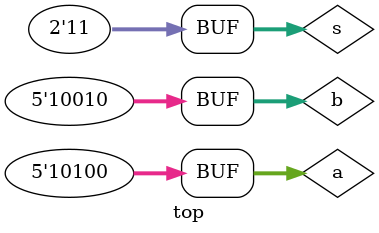
<source format=v>
module top;

reg [4:0] a , b;
reg [1:0] s;
wire[5:0] o;

mux m(a , b , s , o);

initial
begin
	#100 {s , a , b} =658;//adad ro bara inke to 12 bit(2 + 5 + 5) nanevisam decimal kardam bozorg nashe hei(ghaedata moadelesho migire to binery)
	#100 {s , a , b} =1682;
	#100 {s , a , b} =2706;
	#100 {s , a , b} =3730;
	#100;
end

endmodule





</source>
